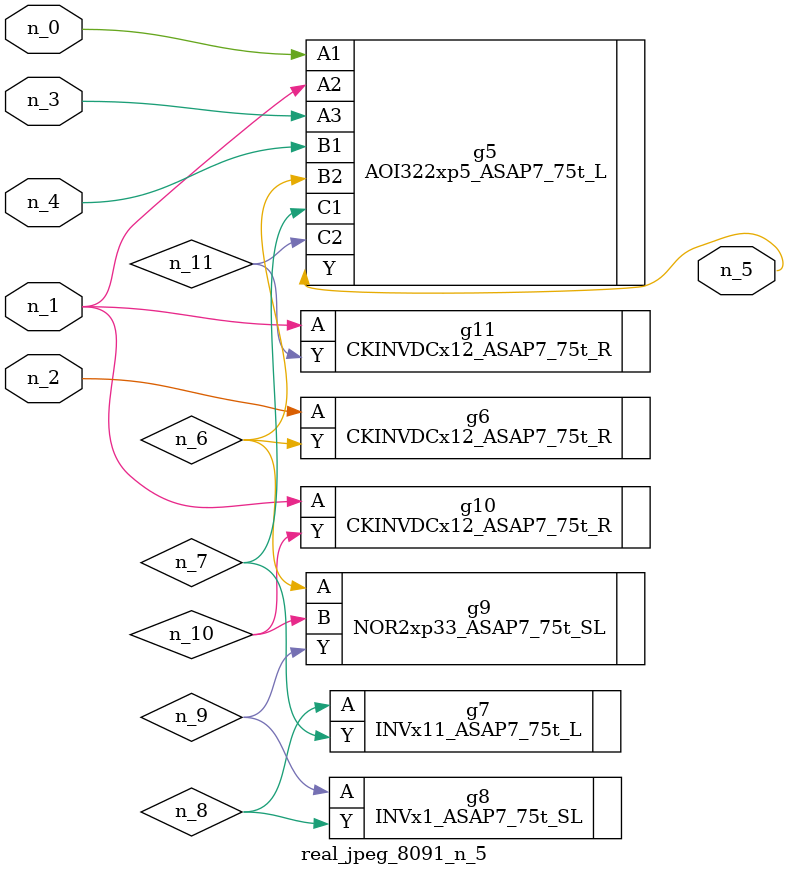
<source format=v>
module real_jpeg_8091_n_5 (n_4, n_0, n_1, n_2, n_3, n_5);

input n_4;
input n_0;
input n_1;
input n_2;
input n_3;

output n_5;

wire n_8;
wire n_11;
wire n_6;
wire n_7;
wire n_10;
wire n_9;

AOI322xp5_ASAP7_75t_L g5 ( 
.A1(n_0),
.A2(n_1),
.A3(n_3),
.B1(n_4),
.B2(n_6),
.C1(n_7),
.C2(n_11),
.Y(n_5)
);

CKINVDCx12_ASAP7_75t_R g10 ( 
.A(n_1),
.Y(n_10)
);

CKINVDCx12_ASAP7_75t_R g11 ( 
.A(n_1),
.Y(n_11)
);

CKINVDCx12_ASAP7_75t_R g6 ( 
.A(n_2),
.Y(n_6)
);

NOR2xp33_ASAP7_75t_SL g9 ( 
.A(n_6),
.B(n_10),
.Y(n_9)
);

INVx11_ASAP7_75t_L g7 ( 
.A(n_8),
.Y(n_7)
);

INVx1_ASAP7_75t_SL g8 ( 
.A(n_9),
.Y(n_8)
);


endmodule
</source>
